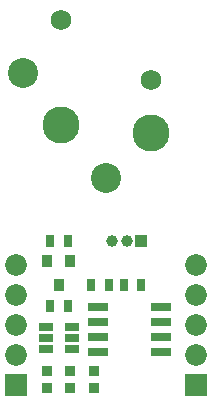
<source format=gts>
G04 #@! TF.FileFunction,Soldermask,Top*
%FSLAX46Y46*%
G04 Gerber Fmt 4.6, Leading zero omitted, Abs format (unit mm)*
G04 Created by KiCad (PCBNEW 4.0.7) date Thu Jan 25 15:49:40 2018*
%MOMM*%
%LPD*%
G01*
G04 APERTURE LIST*
%ADD10C,0.100000*%
%ADD11R,0.890000X0.940000*%
%ADD12R,1.840000X1.840000*%
%ADD13O,1.840000X1.840000*%
%ADD14R,0.990000X0.990000*%
%ADD15C,0.990000*%
%ADD16R,0.940000X1.040000*%
%ADD17R,0.640000X1.040000*%
%ADD18R,1.200000X0.790000*%
%ADD19R,1.690000X0.740000*%
%ADD20C,1.740000*%
%ADD21C,3.140000*%
%ADD22C,2.540000*%
G04 APERTURE END LIST*
D10*
D11*
X4500000Y1250000D03*
X4500000Y2750000D03*
X8500000Y1250000D03*
X8500000Y2750000D03*
X6500000Y1250000D03*
X6500000Y2750000D03*
D12*
X17120000Y1500000D03*
D13*
X17120000Y4040000D03*
X17120000Y6580000D03*
X17120000Y9120000D03*
X17120000Y11660000D03*
D12*
X1880000Y1500000D03*
D13*
X1880000Y4040000D03*
X1880000Y6580000D03*
X1880000Y9120000D03*
X1880000Y11660000D03*
D14*
X12500000Y13750000D03*
D15*
X11250000Y13750000D03*
X10000000Y13750000D03*
D16*
X6450000Y12000000D03*
X4550000Y12000000D03*
X5500000Y10000000D03*
D17*
X8250000Y10000000D03*
X9750000Y10000000D03*
X11000000Y10000000D03*
X12500000Y10000000D03*
X4750000Y8250000D03*
X6250000Y8250000D03*
X4750000Y13750000D03*
X6250000Y13750000D03*
D18*
X6600000Y4550000D03*
X6600000Y5500000D03*
X6600000Y6450000D03*
X4400000Y6450000D03*
X4400000Y4550000D03*
X4400000Y5500000D03*
D19*
X14200000Y4345000D03*
X14200000Y5615000D03*
X14200000Y6885000D03*
X14200000Y8155000D03*
X8800000Y8155000D03*
X8800000Y6885000D03*
X8800000Y5615000D03*
X8800000Y4345000D03*
D20*
X5690000Y32440000D03*
X13310000Y27360000D03*
D21*
X5690000Y23550000D03*
X13310000Y22915000D03*
D22*
X9500000Y19105000D03*
X2515000Y27995000D03*
M02*

</source>
